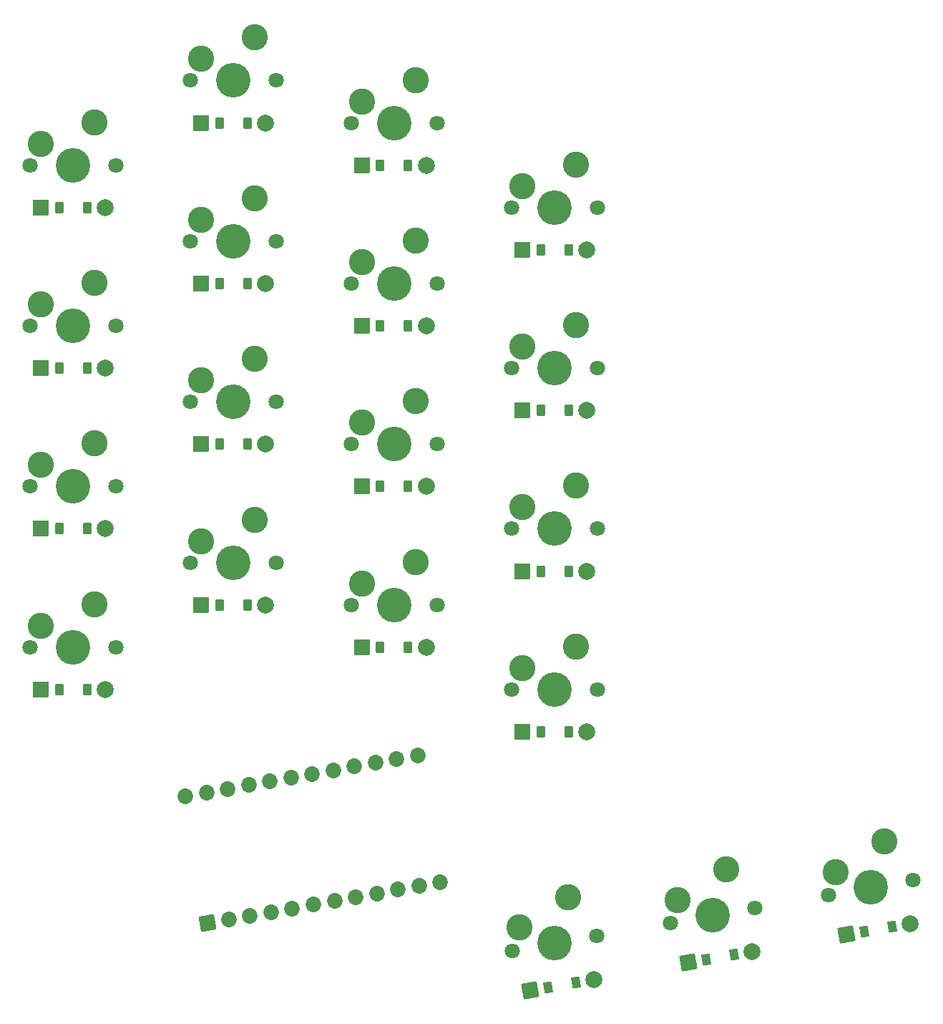
<source format=gbr>
%TF.GenerationSoftware,KiCad,Pcbnew,(6.0.4)*%
%TF.CreationDate,2022-07-19T16:53:05+02:00*%
%TF.ProjectId,macropad_routed_rounded_jlc,6d616372-6f70-4616-945f-726f75746564,v1.0.0*%
%TF.SameCoordinates,Original*%
%TF.FileFunction,Soldermask,Top*%
%TF.FilePolarity,Negative*%
%FSLAX46Y46*%
G04 Gerber Fmt 4.6, Leading zero omitted, Abs format (unit mm)*
G04 Created by KiCad (PCBNEW (6.0.4)) date 2022-07-19 16:53:05*
%MOMM*%
%LPD*%
G01*
G04 APERTURE LIST*
G04 Aperture macros list*
%AMRoundRect*
0 Rectangle with rounded corners*
0 $1 Rounding radius*
0 $2 $3 $4 $5 $6 $7 $8 $9 X,Y pos of 4 corners*
0 Add a 4 corners polygon primitive as box body*
4,1,4,$2,$3,$4,$5,$6,$7,$8,$9,$2,$3,0*
0 Add four circle primitives for the rounded corners*
1,1,$1+$1,$2,$3*
1,1,$1+$1,$4,$5*
1,1,$1+$1,$6,$7*
1,1,$1+$1,$8,$9*
0 Add four rect primitives between the rounded corners*
20,1,$1+$1,$2,$3,$4,$5,0*
20,1,$1+$1,$4,$5,$6,$7,0*
20,1,$1+$1,$6,$7,$8,$9,0*
20,1,$1+$1,$8,$9,$2,$3,0*%
G04 Aperture macros list end*
%ADD10RoundRect,0.050000X-0.710819X-1.015155X1.015155X-0.710819X0.710819X1.015155X-1.015155X0.710819X0*%
%ADD11C,1.852600*%
%ADD12C,1.801800*%
%ADD13C,3.100000*%
%ADD14C,4.087800*%
%ADD15C,2.005000*%
%ADD16RoundRect,0.050000X-0.450000X-0.600000X0.450000X-0.600000X0.450000X0.600000X-0.450000X0.600000X0*%
%ADD17RoundRect,0.050000X-0.889000X-0.889000X0.889000X-0.889000X0.889000X0.889000X-0.889000X0.889000X0*%
%ADD18RoundRect,0.050000X-0.338975X-0.669026X0.547352X-0.512743X0.338975X0.669026X-0.547352X0.512743X0*%
%ADD19RoundRect,0.050000X-0.721121X-1.029867X1.029867X-0.721121X0.721121X1.029867X-1.029867X0.721121X0*%
G04 APERTURE END LIST*
D10*
%TO.C,MCU1*%
X87073685Y-162740100D03*
D11*
X89575096Y-162299034D03*
X92076508Y-161857967D03*
X94577920Y-161416901D03*
X97079332Y-160975835D03*
X99580743Y-160534768D03*
X102082155Y-160093702D03*
X104583567Y-159652636D03*
X107084978Y-159211569D03*
X109586390Y-158770503D03*
X112087802Y-158329436D03*
X114589213Y-157888370D03*
X84427287Y-147731630D03*
X86928698Y-147290564D03*
X89430110Y-146849497D03*
X91931522Y-146408431D03*
X94432933Y-145967364D03*
X96934345Y-145526298D03*
X99435757Y-145085232D03*
X101937168Y-144644165D03*
X104438580Y-144203099D03*
X106939992Y-143762033D03*
X109441404Y-143320966D03*
X111942815Y-142879900D03*
%TD*%
D12*
%TO.C,S7*%
X95218250Y-82100000D03*
X85058250Y-82100000D03*
D13*
X86328250Y-79560000D03*
X92678250Y-77020000D03*
D14*
X90138250Y-82100000D03*
%TD*%
D15*
%TO.C,D1*%
X74948250Y-135100000D03*
D16*
X69488250Y-135100000D03*
D17*
X67328250Y-135100000D03*
D16*
X72788250Y-135100000D03*
%TD*%
D13*
%TO.C,S4*%
X67328250Y-70560000D03*
D14*
X71138250Y-73100000D03*
D12*
X66058250Y-73100000D03*
X76218250Y-73100000D03*
D13*
X73678250Y-68020000D03*
%TD*%
D14*
%TO.C,S3*%
X71138250Y-92100000D03*
D13*
X67328250Y-89560000D03*
D12*
X66058250Y-92100000D03*
D13*
X73678250Y-87020000D03*
D12*
X76218250Y-92100000D03*
%TD*%
D13*
%TO.C,S8*%
X86328250Y-60560000D03*
D12*
X85058250Y-63100000D03*
X95218250Y-63100000D03*
D14*
X90138250Y-63100000D03*
D13*
X92678250Y-58020000D03*
%TD*%
D16*
%TO.C,D16*%
X126488250Y-83100000D03*
D15*
X131948250Y-83100000D03*
D17*
X124328250Y-83100000D03*
D16*
X129788250Y-83100000D03*
%TD*%
D15*
%TO.C,D10*%
X112948250Y-111100000D03*
D16*
X107488250Y-111100000D03*
D17*
X105328250Y-111100000D03*
D16*
X110788250Y-111100000D03*
%TD*%
%TO.C,D6*%
X88488250Y-106100000D03*
D15*
X93948250Y-106100000D03*
D17*
X86328250Y-106100000D03*
D16*
X91788250Y-106100000D03*
%TD*%
D12*
%TO.C,S13*%
X133218250Y-135100000D03*
D13*
X124328250Y-132560000D03*
X130678250Y-130020000D03*
D14*
X128138250Y-135100000D03*
D12*
X123058250Y-135100000D03*
%TD*%
D16*
%TO.C,D8*%
X88488250Y-68100000D03*
D15*
X93948250Y-68100000D03*
D17*
X86328250Y-68100000D03*
D16*
X91788250Y-68100000D03*
%TD*%
D13*
%TO.C,S5*%
X92678250Y-115020000D03*
X86328250Y-117560000D03*
D14*
X90138250Y-120100000D03*
D12*
X85058250Y-120100000D03*
X95218250Y-120100000D03*
%TD*%
D16*
%TO.C,D7*%
X88488250Y-87100000D03*
D15*
X93948250Y-87100000D03*
D16*
X91788250Y-87100000D03*
D17*
X86328250Y-87100000D03*
%TD*%
D15*
%TO.C,D19*%
X170181304Y-162763808D03*
D18*
X164804253Y-163711927D03*
X168054119Y-163138889D03*
D19*
X162677068Y-164087008D03*
%TD*%
D12*
%TO.C,S2*%
X76218250Y-111100000D03*
D13*
X73678250Y-106020000D03*
D12*
X66058250Y-111100000D03*
D14*
X71138250Y-111100000D03*
D13*
X67328250Y-108560000D03*
%TD*%
D16*
%TO.C,D15*%
X126488250Y-102100000D03*
D15*
X131948250Y-102100000D03*
D16*
X129788250Y-102100000D03*
D17*
X124328250Y-102100000D03*
%TD*%
D12*
%TO.C,S9*%
X104058250Y-125100000D03*
D13*
X105328250Y-122560000D03*
D12*
X114218250Y-125100000D03*
D14*
X109138250Y-125100000D03*
D13*
X111678250Y-120020000D03*
%TD*%
%TO.C,S17*%
X129757529Y-159656110D03*
X123945066Y-163260188D03*
D14*
X128138250Y-165100000D03*
D12*
X133141073Y-164217867D03*
X123135427Y-165982133D03*
%TD*%
D15*
%TO.C,D14*%
X131948250Y-121100000D03*
D16*
X126488250Y-121100000D03*
X129788250Y-121100000D03*
D17*
X124328250Y-121100000D03*
%TD*%
D13*
%TO.C,S14*%
X124328250Y-113560000D03*
D12*
X123058250Y-116100000D03*
X133218250Y-116100000D03*
D13*
X130678250Y-111020000D03*
D14*
X128138250Y-116100000D03*
%TD*%
D15*
%TO.C,D4*%
X74948250Y-78100000D03*
D16*
X69488250Y-78100000D03*
X72788250Y-78100000D03*
D17*
X67328250Y-78100000D03*
%TD*%
D15*
%TO.C,D5*%
X93948250Y-125100000D03*
D16*
X88488250Y-125100000D03*
D17*
X86328250Y-125100000D03*
D16*
X91788250Y-125100000D03*
%TD*%
%TO.C,D12*%
X107488250Y-73100000D03*
D15*
X112948250Y-73100000D03*
D16*
X110788250Y-73100000D03*
D17*
X105328250Y-73100000D03*
%TD*%
D12*
%TO.C,S1*%
X66058250Y-130100000D03*
X76218250Y-130100000D03*
D14*
X71138250Y-130100000D03*
D13*
X67328250Y-127560000D03*
X73678250Y-125020000D03*
%TD*%
D12*
%TO.C,S12*%
X104058250Y-68100000D03*
D13*
X111678250Y-63020000D03*
D12*
X114218250Y-68100000D03*
D13*
X105328250Y-65560000D03*
D14*
X109138250Y-68100000D03*
%TD*%
D12*
%TO.C,S19*%
X160558122Y-159383502D03*
D13*
X161367761Y-156661557D03*
X167180224Y-153057479D03*
D14*
X165560945Y-158501369D03*
D12*
X170563768Y-157619236D03*
%TD*%
D18*
%TO.C,D17*%
X127381558Y-170310558D03*
D15*
X132758609Y-169362439D03*
D19*
X125254373Y-170685639D03*
D18*
X130631424Y-169737520D03*
%TD*%
D13*
%TO.C,S6*%
X86328250Y-98560000D03*
X92678250Y-96020000D03*
D12*
X95218250Y-101100000D03*
D14*
X90138250Y-101100000D03*
D12*
X85058250Y-101100000D03*
%TD*%
D15*
%TO.C,D3*%
X74948250Y-97100000D03*
D16*
X69488250Y-97100000D03*
X72788250Y-97100000D03*
D17*
X67328250Y-97100000D03*
%TD*%
D13*
%TO.C,S15*%
X130678250Y-92020000D03*
X124328250Y-94560000D03*
D12*
X123058250Y-97100000D03*
X133218250Y-97100000D03*
D14*
X128138250Y-97100000D03*
%TD*%
D15*
%TO.C,D13*%
X131948250Y-140100000D03*
D16*
X126488250Y-140100000D03*
D17*
X124328250Y-140100000D03*
D16*
X129788250Y-140100000D03*
%TD*%
D13*
%TO.C,S16*%
X124328250Y-75560000D03*
D12*
X133218250Y-78100000D03*
D14*
X128138250Y-78100000D03*
D13*
X130678250Y-73020000D03*
D12*
X123058250Y-78100000D03*
%TD*%
D15*
%TO.C,D11*%
X112948250Y-92100000D03*
D16*
X107488250Y-92100000D03*
D17*
X105328250Y-92100000D03*
D16*
X110788250Y-92100000D03*
%TD*%
D15*
%TO.C,D2*%
X74948250Y-116100000D03*
D16*
X69488250Y-116100000D03*
X72788250Y-116100000D03*
D17*
X67328250Y-116100000D03*
%TD*%
D12*
%TO.C,S18*%
X151852420Y-160918552D03*
D13*
X148468876Y-156356795D03*
D12*
X141846774Y-162682818D03*
D13*
X142656413Y-159960873D03*
D14*
X146849597Y-161800685D03*
%TD*%
D15*
%TO.C,D9*%
X112948250Y-130100000D03*
D16*
X107488250Y-130100000D03*
X110788250Y-130100000D03*
D17*
X105328250Y-130100000D03*
%TD*%
D12*
%TO.C,S10*%
X104058250Y-106100000D03*
X114218250Y-106100000D03*
D14*
X109138250Y-106100000D03*
D13*
X105328250Y-103560000D03*
X111678250Y-101020000D03*
%TD*%
D15*
%TO.C,D18*%
X151469956Y-166063123D03*
D18*
X146092905Y-167011242D03*
D19*
X143965720Y-167386323D03*
D18*
X149342771Y-166438204D03*
%TD*%
D14*
%TO.C,S11*%
X109138250Y-87100000D03*
D12*
X114218250Y-87100000D03*
D13*
X105328250Y-84560000D03*
X111678250Y-82020000D03*
D12*
X104058250Y-87100000D03*
%TD*%
M02*

</source>
